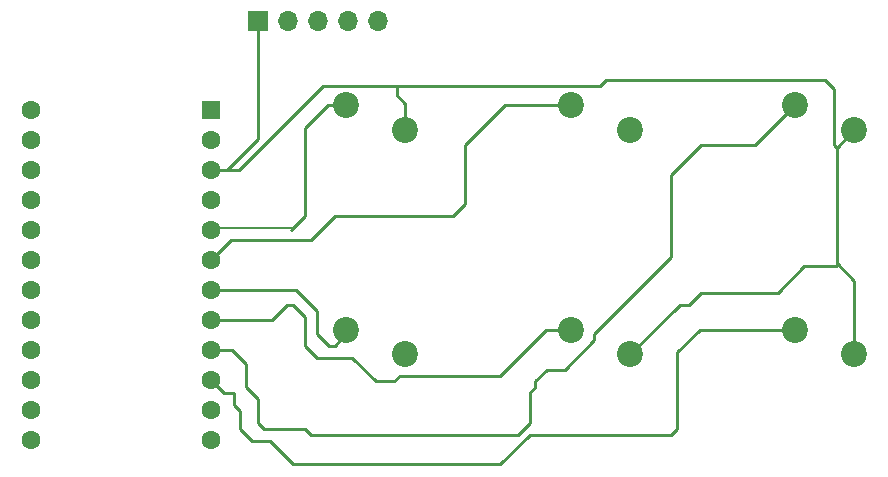
<source format=gbr>
%TF.GenerationSoftware,KiCad,Pcbnew,7.0.5*%
%TF.CreationDate,2023-10-14T21:24:46+09:00*%
%TF.ProjectId,hidtaiko,68696474-6169-46b6-9f2e-6b696361645f,rev?*%
%TF.SameCoordinates,Original*%
%TF.FileFunction,Copper,L1,Top*%
%TF.FilePolarity,Positive*%
%FSLAX46Y46*%
G04 Gerber Fmt 4.6, Leading zero omitted, Abs format (unit mm)*
G04 Created by KiCad (PCBNEW 7.0.5) date 2023-10-14 21:24:46*
%MOMM*%
%LPD*%
G01*
G04 APERTURE LIST*
%TA.AperFunction,NonConductor*%
%ADD10C,0.200000*%
%TD*%
%TA.AperFunction,ComponentPad*%
%ADD11R,1.700000X1.700000*%
%TD*%
%TA.AperFunction,ComponentPad*%
%ADD12O,1.700000X1.700000*%
%TD*%
%TA.AperFunction,ComponentPad*%
%ADD13C,2.200000*%
%TD*%
%TA.AperFunction,ComponentPad*%
%ADD14R,1.600000X1.600000*%
%TD*%
%TA.AperFunction,ComponentPad*%
%ADD15C,1.600000*%
%TD*%
%TA.AperFunction,Conductor*%
%ADD16C,0.250000*%
%TD*%
G04 APERTURE END LIST*
D10*
X155000000Y-70000000D02*
X148500000Y-70000000D01*
D11*
%TO.P,REF\u002A\u002A,1*%
%TO.N,N/C*%
X152000000Y-52500000D03*
D12*
%TO.P,REF\u002A\u002A,2*%
X154540000Y-52500000D03*
%TO.P,REF\u002A\u002A,3*%
X157080000Y-52500000D03*
%TO.P,REF\u002A\u002A,4*%
X159620000Y-52500000D03*
%TO.P,REF\u002A\u002A,5*%
X162160000Y-52500000D03*
%TD*%
D13*
%TO.P,REF\u002A\u002A,1*%
%TO.N,N/C*%
X159500000Y-59600000D03*
%TO.P,REF\u002A\u002A,2*%
X164500000Y-61700000D03*
%TD*%
%TO.P,REF\u002A\u002A,1*%
%TO.N,N/C*%
X197500000Y-78600000D03*
%TO.P,REF\u002A\u002A,2*%
X202500000Y-80700000D03*
%TD*%
%TO.P,REF\u002A\u002A,1*%
%TO.N,N/C*%
X197500000Y-59600000D03*
%TO.P,REF\u002A\u002A,2*%
X202500000Y-61700000D03*
%TD*%
%TO.P,REF\u002A\u002A,1*%
%TO.N,N/C*%
X178500000Y-59600000D03*
%TO.P,REF\u002A\u002A,2*%
X183500000Y-61700000D03*
%TD*%
%TO.P,REF\u002A\u002A,1*%
%TO.N,N/C*%
X178500000Y-78600000D03*
%TO.P,REF\u002A\u002A,2*%
X183500000Y-80700000D03*
%TD*%
%TO.P,REF\u002A\u002A,1*%
%TO.N,N/C*%
X159500000Y-78600000D03*
%TO.P,REF\u002A\u002A,2*%
X164500000Y-80700000D03*
%TD*%
D14*
%TO.P,REF\u002A\u002A,1*%
%TO.N,N/C*%
X148000000Y-60000000D03*
D15*
%TO.P,REF\u002A\u002A,2*%
X148000000Y-62540000D03*
%TO.P,REF\u002A\u002A,3*%
X148000000Y-65080000D03*
%TO.P,REF\u002A\u002A,4*%
X148000000Y-67620000D03*
%TO.P,REF\u002A\u002A,5*%
X148000000Y-70160000D03*
%TO.P,REF\u002A\u002A,6*%
X148000000Y-72700000D03*
%TO.P,REF\u002A\u002A,7*%
X148000000Y-75240000D03*
%TO.P,REF\u002A\u002A,8*%
X148000000Y-77780000D03*
%TO.P,REF\u002A\u002A,9*%
X148000000Y-80320000D03*
%TO.P,REF\u002A\u002A,10*%
X148000000Y-82860000D03*
%TO.P,REF\u002A\u002A,11*%
X148000000Y-85400000D03*
%TO.P,REF\u002A\u002A,12*%
X148000000Y-87940000D03*
%TO.P,REF\u002A\u002A,13*%
X132760000Y-87940000D03*
%TO.P,REF\u002A\u002A,14*%
X132760000Y-85400000D03*
%TO.P,REF\u002A\u002A,15*%
X132760000Y-82860000D03*
%TO.P,REF\u002A\u002A,16*%
X132760000Y-80320000D03*
%TO.P,REF\u002A\u002A,17*%
X132760000Y-77780000D03*
%TO.P,REF\u002A\u002A,18*%
X132760000Y-75240000D03*
%TO.P,REF\u002A\u002A,19*%
X132760000Y-72700000D03*
%TO.P,REF\u002A\u002A,20*%
X132760000Y-70160000D03*
%TO.P,REF\u002A\u002A,21*%
X132760000Y-67620000D03*
%TO.P,REF\u002A\u002A,22*%
X132760000Y-65080000D03*
%TO.P,REF\u002A\u002A,23*%
X132760000Y-62540000D03*
%TO.P,REF\u002A\u002A,24*%
X132760000Y-60000000D03*
%TD*%
D16*
%TO.N,*%
X201000000Y-73000000D02*
X202500000Y-74500000D01*
X202500000Y-74500000D02*
X202500000Y-80700000D01*
X201000000Y-73000000D02*
X201000000Y-63500000D01*
X201000000Y-73250000D02*
X201000000Y-73000000D01*
X201000000Y-63200000D02*
X202500000Y-61700000D01*
X201000000Y-63500000D02*
X201000000Y-63200000D01*
X164500000Y-59500000D02*
X164500000Y-61700000D01*
X163750000Y-58000000D02*
X163750000Y-58750000D01*
X181000000Y-58000000D02*
X163750000Y-58000000D01*
X163750000Y-58000000D02*
X157500000Y-58000000D01*
X163750000Y-58750000D02*
X164500000Y-59500000D01*
X150420000Y-65080000D02*
X148000000Y-65080000D01*
X157500000Y-58000000D02*
X150420000Y-65080000D01*
X181500000Y-57500000D02*
X181000000Y-58000000D01*
X200000000Y-57500000D02*
X181500000Y-57500000D01*
X200750000Y-58250000D02*
X200000000Y-57500000D01*
X200750000Y-62950000D02*
X200750000Y-58250000D01*
X201000000Y-63200000D02*
X200750000Y-62950000D01*
X196000000Y-75500000D02*
X198250000Y-73250000D01*
X188500000Y-76500000D02*
X189500000Y-75500000D01*
X198250000Y-73250000D02*
X201000000Y-73250000D01*
X187700000Y-76500000D02*
X188500000Y-76500000D01*
X189500000Y-75500000D02*
X196000000Y-75500000D01*
X183500000Y-80700000D02*
X187700000Y-76500000D01*
X152000000Y-62500000D02*
X152000000Y-52500000D01*
X152000000Y-62500000D02*
X149420000Y-65080000D01*
X149420000Y-65080000D02*
X148000000Y-65080000D01*
X152000000Y-86500000D02*
X152000000Y-84500000D01*
X149140000Y-84000000D02*
X148000000Y-82860000D01*
X150000000Y-84000000D02*
X149140000Y-84000000D01*
X150500000Y-85500000D02*
X150000000Y-85000000D01*
X150500000Y-87000000D02*
X150500000Y-85500000D01*
X153000000Y-88000000D02*
X151500000Y-88000000D01*
X151500000Y-88000000D02*
X150500000Y-87000000D01*
X155000000Y-90000000D02*
X153000000Y-88000000D01*
X150000000Y-85000000D02*
X150000000Y-84000000D01*
X172500000Y-90000000D02*
X155000000Y-90000000D01*
X175000000Y-87500000D02*
X172500000Y-90000000D01*
X187000000Y-87500000D02*
X175000000Y-87500000D01*
X187500000Y-87000000D02*
X187000000Y-87500000D01*
X187500000Y-80500000D02*
X187500000Y-87000000D01*
X189400000Y-78600000D02*
X187500000Y-80500000D01*
X197500000Y-78600000D02*
X189400000Y-78600000D01*
X149820000Y-80320000D02*
X148000000Y-80320000D01*
X151000000Y-81500000D02*
X149820000Y-80320000D01*
X151000000Y-83500000D02*
X151000000Y-81500000D01*
X152000000Y-84500000D02*
X151000000Y-83500000D01*
X152500000Y-87000000D02*
X152000000Y-86500000D01*
X156000000Y-87000000D02*
X152500000Y-87000000D01*
X156500000Y-87500000D02*
X156000000Y-87000000D01*
X174000000Y-87500000D02*
X156500000Y-87500000D01*
X175000000Y-86500000D02*
X174000000Y-87500000D01*
X175000000Y-84000000D02*
X175000000Y-86500000D01*
X175500000Y-83500000D02*
X175000000Y-84000000D01*
X176500000Y-82000000D02*
X175500000Y-83000000D01*
X178000000Y-82000000D02*
X176500000Y-82000000D01*
X180500000Y-79500000D02*
X178000000Y-82000000D01*
X175500000Y-83000000D02*
X175500000Y-83500000D01*
X180500000Y-79000000D02*
X180500000Y-79500000D01*
X187000000Y-72500000D02*
X180500000Y-79000000D01*
X187000000Y-65500000D02*
X187000000Y-72500000D01*
X189500000Y-63000000D02*
X187000000Y-65500000D01*
X194100000Y-63000000D02*
X189500000Y-63000000D01*
X197500000Y-59600000D02*
X194100000Y-63000000D01*
X153220000Y-77780000D02*
X148000000Y-77780000D01*
X154500000Y-76500000D02*
X153220000Y-77780000D01*
X155000000Y-76500000D02*
X154500000Y-76500000D01*
X156000000Y-77500000D02*
X155000000Y-76500000D01*
X156000000Y-80000000D02*
X156000000Y-77500000D01*
X157000000Y-81000000D02*
X156000000Y-80000000D01*
X160000000Y-81000000D02*
X157000000Y-81000000D01*
X162000000Y-83000000D02*
X160000000Y-81000000D01*
X163500000Y-83000000D02*
X162000000Y-83000000D01*
X172500000Y-82500000D02*
X164000000Y-82500000D01*
X164000000Y-82500000D02*
X163500000Y-83000000D01*
X176400000Y-78600000D02*
X172500000Y-82500000D01*
X178500000Y-78600000D02*
X176400000Y-78600000D01*
X183500000Y-61000000D02*
X183500000Y-61700000D01*
X159500000Y-79000000D02*
X159500000Y-78600000D01*
X158500000Y-80000000D02*
X159500000Y-79000000D01*
X158000000Y-80000000D02*
X158500000Y-80000000D01*
X157000000Y-79000000D02*
X158000000Y-80000000D01*
X157000000Y-77000000D02*
X157000000Y-79000000D01*
X148000000Y-75240000D02*
X155240000Y-75240000D01*
X155240000Y-75240000D02*
X157000000Y-77000000D01*
X172900000Y-59600000D02*
X178500000Y-59600000D01*
X169500000Y-63000000D02*
X172900000Y-59600000D01*
X169500000Y-68000000D02*
X169500000Y-63000000D01*
X168500000Y-69000000D02*
X169500000Y-68000000D01*
X158500000Y-69000000D02*
X168500000Y-69000000D01*
X156500000Y-71000000D02*
X158500000Y-69000000D01*
X149700000Y-71000000D02*
X156500000Y-71000000D01*
X148000000Y-72700000D02*
X149700000Y-71000000D01*
X156000000Y-61500000D02*
X157900000Y-59600000D01*
X156000000Y-69000000D02*
X156000000Y-61500000D01*
X157900000Y-59600000D02*
X159500000Y-59600000D01*
X154840000Y-70160000D02*
X156000000Y-69000000D01*
%TD*%
M02*

</source>
